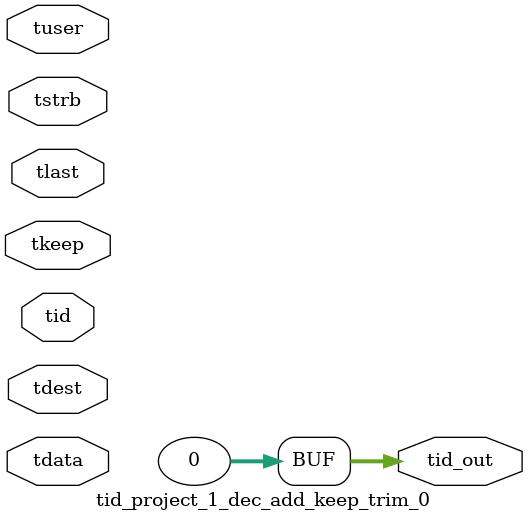
<source format=v>


`timescale 1ps/1ps

module tid_project_1_dec_add_keep_trim_0 #
(
parameter C_S_AXIS_TID_WIDTH   = 1,
parameter C_S_AXIS_TUSER_WIDTH = 0,
parameter C_S_AXIS_TDATA_WIDTH = 0,
parameter C_S_AXIS_TDEST_WIDTH = 0,
parameter C_M_AXIS_TID_WIDTH   = 32
)
(
input  [(C_S_AXIS_TID_WIDTH   == 0 ? 1 : C_S_AXIS_TID_WIDTH)-1:0       ] tid,
input  [(C_S_AXIS_TDATA_WIDTH == 0 ? 1 : C_S_AXIS_TDATA_WIDTH)-1:0     ] tdata,
input  [(C_S_AXIS_TUSER_WIDTH == 0 ? 1 : C_S_AXIS_TUSER_WIDTH)-1:0     ] tuser,
input  [(C_S_AXIS_TDEST_WIDTH == 0 ? 1 : C_S_AXIS_TDEST_WIDTH)-1:0     ] tdest,
input  [(C_S_AXIS_TDATA_WIDTH/8)-1:0 ] tkeep,
input  [(C_S_AXIS_TDATA_WIDTH/8)-1:0 ] tstrb,
input                                                                    tlast,
output [(C_M_AXIS_TID_WIDTH   == 0 ? 1 : C_M_AXIS_TID_WIDTH)-1:0       ] tid_out
);

assign tid_out = {1'b0};

endmodule


</source>
